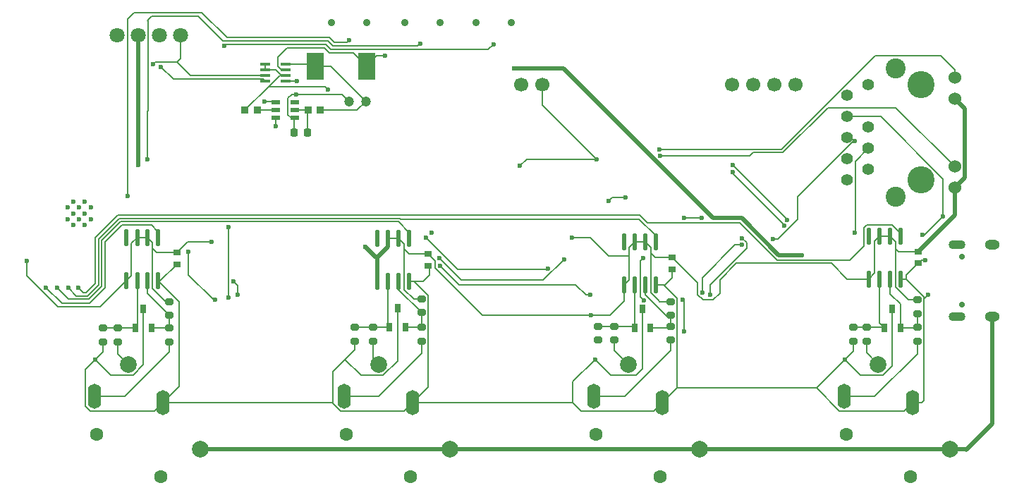
<source format=gbr>
%TF.GenerationSoftware,KiCad,Pcbnew,9.0.6*%
%TF.CreationDate,2026-01-03T23:52:13+01:00*%
%TF.ProjectId,Artnet-Node,4172746e-6574-42d4-9e6f-64652e6b6963,rev?*%
%TF.SameCoordinates,Original*%
%TF.FileFunction,Copper,L2,Bot*%
%TF.FilePolarity,Positive*%
%FSLAX46Y46*%
G04 Gerber Fmt 4.6, Leading zero omitted, Abs format (unit mm)*
G04 Created by KiCad (PCBNEW 9.0.6) date 2026-01-03 23:52:13*
%MOMM*%
%LPD*%
G01*
G04 APERTURE LIST*
G04 Aperture macros list*
%AMRoundRect*
0 Rectangle with rounded corners*
0 $1 Rounding radius*
0 $2 $3 $4 $5 $6 $7 $8 $9 X,Y pos of 4 corners*
0 Add a 4 corners polygon primitive as box body*
4,1,4,$2,$3,$4,$5,$6,$7,$8,$9,$2,$3,0*
0 Add four circle primitives for the rounded corners*
1,1,$1+$1,$2,$3*
1,1,$1+$1,$4,$5*
1,1,$1+$1,$6,$7*
1,1,$1+$1,$8,$9*
0 Add four rect primitives between the rounded corners*
20,1,$1+$1,$2,$3,$4,$5,0*
20,1,$1+$1,$4,$5,$6,$7,0*
20,1,$1+$1,$6,$7,$8,$9,0*
20,1,$1+$1,$8,$9,$2,$3,0*%
G04 Aperture macros list end*
%TA.AperFunction,ComponentPad*%
%ADD10C,2.000000*%
%TD*%
%TA.AperFunction,ComponentPad*%
%ADD11O,1.600000X3.000000*%
%TD*%
%TA.AperFunction,ComponentPad*%
%ADD12C,1.600000*%
%TD*%
%TA.AperFunction,ComponentPad*%
%ADD13C,0.900000*%
%TD*%
%TA.AperFunction,ComponentPad*%
%ADD14C,2.400000*%
%TD*%
%TA.AperFunction,ComponentPad*%
%ADD15C,1.530000*%
%TD*%
%TA.AperFunction,ComponentPad*%
%ADD16C,1.410000*%
%TD*%
%TA.AperFunction,ComponentPad*%
%ADD17C,3.250000*%
%TD*%
%TA.AperFunction,HeatsinkPad*%
%ADD18C,0.600000*%
%TD*%
%TA.AperFunction,ComponentPad*%
%ADD19O,1.800000X1.200000*%
%TD*%
%TA.AperFunction,ComponentPad*%
%ADD20O,2.000000X1.100000*%
%TD*%
%TA.AperFunction,ComponentPad*%
%ADD21C,0.700000*%
%TD*%
%TA.AperFunction,ComponentPad*%
%ADD22C,1.700000*%
%TD*%
%TA.AperFunction,ComponentPad*%
%ADD23C,1.800000*%
%TD*%
%TA.AperFunction,ComponentPad*%
%ADD24C,1.200000*%
%TD*%
%TA.AperFunction,SMDPad,CuDef*%
%ADD25RoundRect,0.200000X-0.275000X0.200000X-0.275000X-0.200000X0.275000X-0.200000X0.275000X0.200000X0*%
%TD*%
%TA.AperFunction,SMDPad,CuDef*%
%ADD26R,1.070000X0.530000*%
%TD*%
%TA.AperFunction,SMDPad,CuDef*%
%ADD27R,0.900000X0.800000*%
%TD*%
%TA.AperFunction,SMDPad,CuDef*%
%ADD28R,0.800000X1.000000*%
%TD*%
%TA.AperFunction,SMDPad,CuDef*%
%ADD29RoundRect,0.225000X0.225000X0.250000X-0.225000X0.250000X-0.225000X-0.250000X0.225000X-0.250000X0*%
%TD*%
%TA.AperFunction,SMDPad,CuDef*%
%ADD30R,2.000000X3.300000*%
%TD*%
%TA.AperFunction,SMDPad,CuDef*%
%ADD31R,0.810000X0.860000*%
%TD*%
%TA.AperFunction,SMDPad,CuDef*%
%ADD32O,0.590000X2.050000*%
%TD*%
%TA.AperFunction,SMDPad,CuDef*%
%ADD33RoundRect,0.200000X0.275000X-0.200000X0.275000X0.200000X-0.275000X0.200000X-0.275000X-0.200000X0*%
%TD*%
%TA.AperFunction,SMDPad,CuDef*%
%ADD34O,1.250000X0.360000*%
%TD*%
%TA.AperFunction,ViaPad*%
%ADD35C,0.600000*%
%TD*%
%TA.AperFunction,Conductor*%
%ADD36C,0.200000*%
%TD*%
%TA.AperFunction,Conductor*%
%ADD37C,0.500000*%
%TD*%
G04 APERTURE END LIST*
D10*
%TO.P,J5,G,G*%
%TO.N,/CHS_GND*%
X120100000Y-138950000D03*
%TO.P,J5,3,3*%
%TO.N,/DMX/DATA+1*%
X111500000Y-128750000D03*
D11*
%TO.P,J5,1,1*%
%TO.N,GND*%
X115600000Y-133350000D03*
%TO.P,J5,2,2*%
%TO.N,/DMX/DATA-1*%
X107400000Y-132550000D03*
D12*
%TO.P,J5,*%
%TO.N,*%
X115350000Y-142200000D03*
X107650000Y-137100000D03*
%TD*%
D10*
%TO.P,J4,G,G*%
%TO.N,/CHS_GND*%
X150100000Y-138950000D03*
%TO.P,J4,3,3*%
%TO.N,/DMX/DATA+2*%
X141500000Y-128750000D03*
D11*
%TO.P,J4,1,1*%
%TO.N,GND*%
X145600000Y-133350000D03*
%TO.P,J4,2,2*%
%TO.N,/DMX/DATA-2*%
X137400000Y-132550000D03*
D12*
%TO.P,J4,*%
%TO.N,*%
X145350000Y-142200000D03*
X137650000Y-137100000D03*
%TD*%
D10*
%TO.P,J3,G,G*%
%TO.N,/CHS_GND*%
X180100000Y-138950000D03*
%TO.P,J3,3,3*%
%TO.N,/DMX/DATA+3*%
X171500000Y-128750000D03*
D11*
%TO.P,J3,1,1*%
%TO.N,GND*%
X175600000Y-133350000D03*
%TO.P,J3,2,2*%
%TO.N,/DMX/DATA-3*%
X167400000Y-132550000D03*
D12*
%TO.P,J3,*%
%TO.N,*%
X175350000Y-142200000D03*
X167650000Y-137100000D03*
%TD*%
D10*
%TO.P,J1,G,G*%
%TO.N,/CHS_GND*%
X210100000Y-138950000D03*
%TO.P,J1,3,3*%
%TO.N,/DMX/DATA+4*%
X201500000Y-128750000D03*
D11*
%TO.P,J1,1,1*%
%TO.N,GND*%
X205600000Y-133350000D03*
%TO.P,J1,2,2*%
%TO.N,/DMX/DATA-4*%
X197400000Y-132550000D03*
D12*
%TO.P,J1,*%
%TO.N,*%
X205350000Y-142200000D03*
X197650000Y-137100000D03*
%TD*%
D13*
%TO.P,SW1,*%
%TO.N,*%
X153180000Y-87680000D03*
X157430000Y-87680000D03*
%TD*%
%TO.P,SW2,*%
%TO.N,*%
X135880000Y-87680000D03*
X140130000Y-87680000D03*
%TD*%
%TO.P,SW3,*%
%TO.N,*%
X144680000Y-87680000D03*
X148930000Y-87680000D03*
%TD*%
D14*
%TO.P,U2,Z2,Z2*%
%TO.N,/CHS_GND*%
X203620000Y-93160000D03*
%TO.P,U2,Z1,Z1*%
X203620000Y-108640000D03*
D15*
%TO.P,U2,14,14*%
%TO.N,/poe/L-*%
X210720000Y-94270000D03*
%TO.P,U2,13,13*%
%TO.N,+3V3D*%
X210720000Y-96810000D03*
%TO.P,U2,12,12*%
%TO.N,/poe/L1-*%
X210720000Y-104990000D03*
%TO.P,U2,11,11*%
%TO.N,+3V3D*%
X210720000Y-107530000D03*
D16*
%TO.P,U2,10,10*%
%TO.N,/poe/V-*%
X200320000Y-95180000D03*
%TO.P,U2,9,9*%
%TO.N,/poe/V+*%
X197780000Y-96450000D03*
%TO.P,U2,7,7*%
%TO.N,GND*%
X197780000Y-98990000D03*
%TO.P,U2,6,6*%
%TO.N,/poe/RD-*%
X200320000Y-100260000D03*
%TO.P,U2,5,5*%
%TO.N,/poe/RCT*%
X197780000Y-101530000D03*
%TO.P,U2,4,4*%
%TO.N,/poe/TCT*%
X200320000Y-102800000D03*
%TO.P,U2,3,3*%
%TO.N,/poe/RD+*%
X197780000Y-104070000D03*
%TO.P,U2,2,2*%
%TO.N,/poe/TD-*%
X200320000Y-105340000D03*
%TO.P,U2,1,1*%
%TO.N,/poe/TD+*%
X197780000Y-106610000D03*
D17*
%TO.P,U2,*%
%TO.N,*%
X206670000Y-95180000D03*
X206670000Y-106610000D03*
%TD*%
D18*
%TO.P,U7,41,GND*%
%TO.N,GND*%
X106260000Y-109200000D03*
X104860000Y-109200000D03*
X106960000Y-109900000D03*
X105560000Y-109900000D03*
X104160000Y-109900000D03*
X106260000Y-110600000D03*
X104860000Y-110600000D03*
X106960000Y-111300000D03*
X105560000Y-111300000D03*
X104160000Y-111300000D03*
X106260000Y-112000000D03*
X104860000Y-112000000D03*
%TD*%
D19*
%TO.P,USB1,14,SHELL*%
%TO.N,/CHS_GND*%
X215197500Y-114380000D03*
D20*
X210987500Y-114380000D03*
D19*
%TO.P,USB1,13,SHELL*%
X215197500Y-123020000D03*
D20*
X210987500Y-123020000D03*
D21*
%TO.P,USB1,*%
%TO.N,*%
X211517500Y-115810000D03*
X211517500Y-121590000D03*
%TD*%
D22*
%TO.P,U3,1,VA1*%
%TO.N,/poe/RCT*%
X191580000Y-95100000D03*
%TO.P,U3,2,VA2*%
%TO.N,/poe/TCT*%
X189040000Y-95100000D03*
%TO.P,U3,3,VB1*%
%TO.N,/poe/V+*%
X186500000Y-95100000D03*
%TO.P,U3,4,VB2*%
%TO.N,/poe/V-*%
X183960000Y-95100000D03*
%TO.P,U3,5,GND*%
%TO.N,GND*%
X161160000Y-95100000D03*
%TO.P,U3,6,+5V*%
%TO.N,Net-(D2-A)*%
X158620000Y-95100000D03*
%TD*%
D23*
%TO.P,U13,1,GND*%
%TO.N,GND*%
X110090000Y-89200000D03*
%TO.P,U13,2,VCC*%
%TO.N,+3V3D*%
X112630000Y-89200000D03*
%TO.P,U13,3,SCL*%
%TO.N,/SCL*%
X115170000Y-89200000D03*
%TO.P,U13,4,SDA*%
%TO.N,/SDA*%
X117710000Y-89200000D03*
%TD*%
D24*
%TO.P,U6,1,1*%
%TO.N,/bat+*%
X140000000Y-97150000D03*
%TO.P,U6,2,2*%
%TO.N,Net-(Q1-S2)*%
X138000000Y-97150000D03*
%TD*%
D25*
%TO.P,R27,1*%
%TO.N,+3V3D*%
X116400000Y-121180000D03*
%TO.P,R27,2*%
%TO.N,/DMX/A1*%
X116400000Y-122820000D03*
%TD*%
%TO.P,R35,1*%
%TO.N,+3V3D*%
X206200000Y-120980000D03*
%TO.P,R35,2*%
%TO.N,/DMX/A4*%
X206200000Y-122620000D03*
%TD*%
D26*
%TO.P,U5,1,OD*%
%TO.N,Net-(Q1-G2)*%
X129150000Y-99150000D03*
%TO.P,U5,2,CS*%
%TO.N,Net-(U5-CS)*%
X129150000Y-98200000D03*
%TO.P,U5,3,OC*%
%TO.N,Net-(Q1-G1)*%
X129150000Y-97250000D03*
%TO.P,U5,4,TD*%
%TO.N,unconnected-(U5-TD-Pad4)*%
X131450000Y-97250000D03*
%TO.P,U5,5,VCC*%
%TO.N,Net-(U5-VCC)*%
X131450000Y-98200000D03*
%TO.P,U5,6,GND*%
%TO.N,Net-(Q1-S2)*%
X131450000Y-99150000D03*
%TD*%
D25*
%TO.P,R33,1*%
%TO.N,/DMX/A2*%
X146700000Y-124280000D03*
%TO.P,R33,2*%
%TO.N,/DMX/DATA-2*%
X146700000Y-125920000D03*
%TD*%
%TO.P,R36,1*%
%TO.N,/DMX/B4*%
X200100000Y-124280000D03*
%TO.P,R36,2*%
%TO.N,/DMX/DATA+4*%
X200100000Y-125920000D03*
%TD*%
D27*
%TO.P,C26,1,1*%
%TO.N,GND*%
X206300000Y-116600000D03*
%TO.P,C26,2,2*%
%TO.N,+3V3D*%
X206300000Y-115200000D03*
%TD*%
D25*
%TO.P,R39,1*%
%TO.N,+3V3D*%
X176600000Y-121180000D03*
%TO.P,R39,2*%
%TO.N,/DMX/A3*%
X176600000Y-122820000D03*
%TD*%
%TO.P,R25,1*%
%TO.N,/DMX/A1*%
X116400000Y-124380000D03*
%TO.P,R25,2*%
%TO.N,/DMX/DATA-1*%
X116400000Y-126020000D03*
%TD*%
D28*
%TO.P,D7,1,1*%
%TO.N,/DMX/A3*%
X174150000Y-124350000D03*
%TO.P,D7,2,2*%
%TO.N,/DMX/B3*%
X172250000Y-124350000D03*
%TO.P,D7,3,3*%
%TO.N,GND*%
X173200000Y-122050000D03*
%TD*%
D25*
%TO.P,R32,1*%
%TO.N,/DMX/B2*%
X140900000Y-124280000D03*
%TO.P,R32,2*%
%TO.N,/DMX/DATA+2*%
X140900000Y-125920000D03*
%TD*%
D27*
%TO.P,C25,1,1*%
%TO.N,GND*%
X176800000Y-117300000D03*
%TO.P,C25,2,2*%
%TO.N,+3V3D*%
X176800000Y-115900000D03*
%TD*%
D29*
%TO.P,C20,1,1*%
%TO.N,Net-(U5-VCC)*%
X132980000Y-100900000D03*
%TO.P,C20,2,2*%
%TO.N,Net-(Q1-S2)*%
X131420000Y-100900000D03*
%TD*%
D27*
%TO.P,C27,1,1*%
%TO.N,GND*%
X117300000Y-116700000D03*
%TO.P,C27,2,2*%
%TO.N,+3V3D*%
X117300000Y-115300000D03*
%TD*%
D30*
%TO.P,R26,1,1*%
%TO.N,/V_SYS*%
X140070000Y-92900000D03*
%TO.P,R26,2,2*%
%TO.N,/bat+*%
X133930000Y-92900000D03*
%TD*%
D31*
%TO.P,R23,1,1*%
%TO.N,Net-(U5-VCC)*%
X133050000Y-98200000D03*
%TO.P,R23,2,2*%
%TO.N,/bat+*%
X134550000Y-98200000D03*
%TD*%
D28*
%TO.P,D5,1,1*%
%TO.N,/DMX/A2*%
X144750000Y-124250000D03*
%TO.P,D5,2,2*%
%TO.N,/DMX/B2*%
X142850000Y-124250000D03*
%TO.P,D5,3,3*%
%TO.N,GND*%
X143800000Y-121950000D03*
%TD*%
D32*
%TO.P,U8,1,RO*%
%TO.N,unconnected-(U8-RO-Pad1)*%
X111262500Y-113530000D03*
%TO.P,U8,2,~{RE}*%
%TO.N,+3V3D*%
X112542500Y-113530000D03*
%TO.P,U8,3,DE*%
X113802500Y-113530000D03*
%TO.P,U8,4,DI*%
%TO.N,/DMX1*%
X115072500Y-113530000D03*
%TO.P,U8,5,GND*%
%TO.N,GND*%
X115072500Y-118670000D03*
%TO.P,U8,6,A*%
%TO.N,/DMX/A1*%
X113802500Y-118670000D03*
%TO.P,U8,7,B*%
%TO.N,/DMX/B1*%
X112542500Y-118670000D03*
%TO.P,U8,8,VCC*%
%TO.N,+3V3D*%
X111262500Y-118670000D03*
%TD*%
D33*
%TO.P,R30,1*%
%TO.N,GND*%
X138700000Y-125920000D03*
%TO.P,R30,2*%
%TO.N,/DMX/B2*%
X138700000Y-124280000D03*
%TD*%
D28*
%TO.P,D4,1,1*%
%TO.N,/DMX/A1*%
X114250000Y-124350000D03*
%TO.P,D4,2,2*%
%TO.N,/DMX/B1*%
X112350000Y-124350000D03*
%TO.P,D4,3,3*%
%TO.N,GND*%
X113300000Y-122050000D03*
%TD*%
D31*
%TO.P,R22,1,1*%
%TO.N,GND*%
X125450000Y-98200000D03*
%TO.P,R22,2,2*%
%TO.N,Net-(U5-CS)*%
X126950000Y-98200000D03*
%TD*%
D32*
%TO.P,U12,1,RO*%
%TO.N,unconnected-(U12-RO-Pad1)*%
X170990000Y-114030000D03*
%TO.P,U12,2,~{RE}*%
%TO.N,+3V3D*%
X172270000Y-114030000D03*
%TO.P,U12,3,DE*%
X173530000Y-114030000D03*
%TO.P,U12,4,DI*%
%TO.N,/DMX3*%
X174800000Y-114030000D03*
%TO.P,U12,5,GND*%
%TO.N,GND*%
X174800000Y-119170000D03*
%TO.P,U12,6,A*%
%TO.N,/DMX/A3*%
X173530000Y-119170000D03*
%TO.P,U12,7,B*%
%TO.N,/DMX/B3*%
X172270000Y-119170000D03*
%TO.P,U12,8,VCC*%
%TO.N,+3V3D*%
X170990000Y-119170000D03*
%TD*%
D25*
%TO.P,R37,1*%
%TO.N,/DMX/A4*%
X206200000Y-124280000D03*
%TO.P,R37,2*%
%TO.N,/DMX/DATA-4*%
X206200000Y-125920000D03*
%TD*%
D34*
%TO.P,U9,1,IN+*%
%TO.N,/bat+*%
X130330000Y-92720000D03*
%TO.P,U9,2,IN-*%
%TO.N,/V_SYS*%
X130330000Y-93370000D03*
%TO.P,U9,3,GND*%
%TO.N,GND*%
X130330000Y-94020000D03*
%TO.P,U9,4,VS*%
%TO.N,+3V3D*%
X130330000Y-94680000D03*
%TO.P,U9,5,SCL*%
%TO.N,/SCL*%
X127870000Y-94680000D03*
%TO.P,U9,6,SDA*%
%TO.N,/SDA*%
X127870000Y-94020000D03*
%TO.P,U9,7,A0*%
%TO.N,GND*%
X127870000Y-93370000D03*
%TO.P,U9,8,A1*%
X127870000Y-92720000D03*
%TD*%
D33*
%TO.P,R34,1*%
%TO.N,GND*%
X198500000Y-125920000D03*
%TO.P,R34,2*%
%TO.N,/DMX/B4*%
X198500000Y-124280000D03*
%TD*%
D25*
%TO.P,R29,1*%
%TO.N,/DMX/B1*%
X110200000Y-124380000D03*
%TO.P,R29,2*%
%TO.N,/DMX/DATA+1*%
X110200000Y-126020000D03*
%TD*%
D28*
%TO.P,D6,1,1*%
%TO.N,/DMX/A4*%
X204150000Y-124350000D03*
%TO.P,D6,2,2*%
%TO.N,/DMX/B4*%
X202250000Y-124350000D03*
%TO.P,D6,3,3*%
%TO.N,GND*%
X203200000Y-122050000D03*
%TD*%
D32*
%TO.P,U11,1,RO*%
%TO.N,unconnected-(U11-RO-Pad1)*%
X200390000Y-113330000D03*
%TO.P,U11,2,~{RE}*%
%TO.N,+3V3D*%
X201670000Y-113330000D03*
%TO.P,U11,3,DE*%
X202930000Y-113330000D03*
%TO.P,U11,4,DI*%
%TO.N,/DMX4*%
X204200000Y-113330000D03*
%TO.P,U11,5,GND*%
%TO.N,GND*%
X204200000Y-118470000D03*
%TO.P,U11,6,A*%
%TO.N,/DMX/A4*%
X202930000Y-118470000D03*
%TO.P,U11,7,B*%
%TO.N,/DMX/B4*%
X201670000Y-118470000D03*
%TO.P,U11,8,VCC*%
%TO.N,+3V3D*%
X200390000Y-118470000D03*
%TD*%
D25*
%TO.P,R31,1*%
%TO.N,+3V3D*%
X146700000Y-120880000D03*
%TO.P,R31,2*%
%TO.N,/DMX/A2*%
X146700000Y-122520000D03*
%TD*%
%TO.P,R41,1*%
%TO.N,/DMX/A3*%
X176600000Y-124180000D03*
%TO.P,R41,2*%
%TO.N,/DMX/DATA-3*%
X176600000Y-125820000D03*
%TD*%
D27*
%TO.P,C24,1,1*%
%TO.N,GND*%
X147500000Y-116900000D03*
%TO.P,C24,2,2*%
%TO.N,+3V3D*%
X147500000Y-115500000D03*
%TD*%
D33*
%TO.P,R28,1*%
%TO.N,GND*%
X108400000Y-126020000D03*
%TO.P,R28,2*%
%TO.N,/DMX/B1*%
X108400000Y-124380000D03*
%TD*%
%TO.P,R38,1*%
%TO.N,GND*%
X167900000Y-125820000D03*
%TO.P,R38,2*%
%TO.N,/DMX/B3*%
X167900000Y-124180000D03*
%TD*%
D32*
%TO.P,U10,1,RO*%
%TO.N,unconnected-(U10-RO-Pad1)*%
X141390000Y-113630000D03*
%TO.P,U10,2,~{RE}*%
%TO.N,+3V3D*%
X142670000Y-113630000D03*
%TO.P,U10,3,DE*%
X143930000Y-113630000D03*
%TO.P,U10,4,DI*%
%TO.N,/DMX2*%
X145200000Y-113630000D03*
%TO.P,U10,5,GND*%
%TO.N,GND*%
X145200000Y-118770000D03*
%TO.P,U10,6,A*%
%TO.N,/DMX/A2*%
X143930000Y-118770000D03*
%TO.P,U10,7,B*%
%TO.N,/DMX/B2*%
X142670000Y-118770000D03*
%TO.P,U10,8,VCC*%
%TO.N,+3V3D*%
X141390000Y-118770000D03*
%TD*%
D25*
%TO.P,R40,1*%
%TO.N,/DMX/B3*%
X169800000Y-124180000D03*
%TO.P,R40,2*%
%TO.N,/DMX/DATA+3*%
X169800000Y-125820000D03*
%TD*%
D35*
%TO.N,GND*%
X197500000Y-128150000D03*
X167500000Y-128150000D03*
X107525000Y-128125000D03*
X178200000Y-111100000D03*
X158500000Y-104900000D03*
X135400000Y-95700000D03*
X167700000Y-104100000D03*
X207118815Y-116181185D03*
X180300000Y-111100000D03*
X209300000Y-111000000D03*
X206800000Y-113200000D03*
X207500000Y-120400000D03*
%TO.N,+3V3D*%
X164700000Y-113500000D03*
X139900000Y-114600000D03*
X112700000Y-104800000D03*
X131700000Y-94700000D03*
X167000000Y-122800000D03*
X121500000Y-114000000D03*
X99300000Y-116300000D03*
%TO.N,/poe/RCT*%
X198716519Y-101881209D03*
X188900000Y-113700000D03*
%TO.N,AGND*%
X178200000Y-124800000D03*
X178000000Y-121000000D03*
%TO.N,/poe/TCT*%
X198677905Y-112926435D03*
%TO.N,/5V*%
X157800000Y-93200000D03*
X192300000Y-115600000D03*
%TO.N,+3V3A*%
X173300000Y-115930385D03*
X173375735Y-121024265D03*
X171200000Y-108700000D03*
X169150000Y-109100000D03*
%TO.N,Net-(Q1-S2)*%
X131600000Y-96300000D03*
%TO.N,/V_SYS*%
X142300000Y-91700000D03*
%TO.N,Net-(Q1-G1)*%
X127800000Y-97200000D03*
%TO.N,Net-(Q1-G2)*%
X129200000Y-100100000D03*
%TO.N,/poe/TD-*%
X181300000Y-120400000D03*
X185167369Y-113602839D03*
%TO.N,/poe/L-*%
X175200000Y-102900000D03*
%TO.N,/poe/TD+*%
X185100000Y-114400000D03*
X180400000Y-120100000D03*
%TO.N,/poe/L1-*%
X175313137Y-103691962D03*
%TO.N,/RSTn*%
X148901470Y-116898530D03*
X147900000Y-112900000D03*
X166900000Y-120400000D03*
%TO.N,/INTn*%
X118700000Y-115200000D03*
X121900000Y-121000000D03*
%TO.N,/SCSn*%
X124100000Y-118798000D03*
X124583916Y-120399000D03*
%TO.N,/ENT_BUT*%
X123000000Y-90501000D03*
X155300000Y-90300000D03*
%TO.N,/DOWN_BUT*%
X138000000Y-89800000D03*
X111419000Y-108519000D03*
%TO.N,/UP_BUT*%
X113800000Y-104100000D03*
X146500000Y-90200000D03*
%TO.N,/MISO*%
X161825735Y-117225735D03*
X147200000Y-113500000D03*
%TO.N,/SCLK*%
X163800000Y-116100000D03*
X148824992Y-115973522D03*
%TO.N,/MOSI*%
X123500000Y-120700000D03*
X123500000Y-112200000D03*
%TO.N,/D-*%
X184000000Y-105600000D03*
X190200000Y-112100000D03*
%TO.N,/DMX4*%
X105500000Y-119500000D03*
%TO.N,/D+*%
X190557772Y-111384456D03*
X184024265Y-104775735D03*
%TO.N,/DMX2*%
X102900000Y-119500000D03*
%TO.N,/SDA*%
X114421000Y-92690472D03*
%TO.N,/SCL*%
X115380000Y-93020000D03*
%TO.N,/DMX3*%
X104300000Y-119500000D03*
%TO.N,/DMX1*%
X101600000Y-119500000D03*
%TD*%
D36*
%TO.N,GND*%
X204599000Y-134351000D02*
X205600000Y-133350000D01*
X196853000Y-134351000D02*
X204599000Y-134351000D01*
X194076000Y-131574000D02*
X196853000Y-134351000D01*
X194076000Y-131574000D02*
X197500000Y-128150000D01*
X177376000Y-131574000D02*
X194076000Y-131574000D01*
X199401000Y-130051000D02*
X197500000Y-128150000D01*
X202038892Y-130051000D02*
X199401000Y-130051000D01*
X203200000Y-128889892D02*
X202038892Y-130051000D01*
X203200000Y-122050000D02*
X203200000Y-128889892D01*
%TO.N,/DMX/DATA+4*%
X200100000Y-127350000D02*
X201500000Y-128750000D01*
X200100000Y-125920000D02*
X200100000Y-127350000D01*
%TO.N,/DMX/DATA-4*%
X206200000Y-125920000D02*
X206200000Y-127450000D01*
X206200000Y-127450000D02*
X201100000Y-132550000D01*
X201100000Y-132550000D02*
X197400000Y-132550000D01*
%TO.N,GND*%
X206750000Y-133350000D02*
X205600000Y-133350000D01*
X207000000Y-133100000D02*
X206750000Y-133350000D01*
X207000000Y-128772735D02*
X207000000Y-133100000D01*
X207001000Y-128771735D02*
X207000000Y-128772735D01*
D37*
%TO.N,/CHS_GND*%
X210100000Y-138950000D02*
X180100000Y-138950000D01*
X212050000Y-138950000D02*
X210100000Y-138950000D01*
X212100000Y-139000000D02*
X212050000Y-138950000D01*
X215197500Y-135902500D02*
X212100000Y-139000000D01*
X215197500Y-123020000D02*
X215197500Y-135902500D01*
D36*
%TO.N,GND*%
X177376000Y-131574000D02*
X175600000Y-133350000D01*
X177376000Y-120766936D02*
X177376000Y-131574000D01*
X175854532Y-119245468D02*
X177376000Y-120766936D01*
X164850000Y-130800000D02*
X164850000Y-133350000D01*
X167500000Y-128150000D02*
X164850000Y-130800000D01*
%TO.N,/DMX/DATA+3*%
X169800000Y-127050000D02*
X171500000Y-128750000D01*
X169800000Y-125820000D02*
X169800000Y-127050000D01*
%TO.N,/DMX/DATA-3*%
X176600000Y-127050000D02*
X176600000Y-125820000D01*
X167400000Y-132550000D02*
X171100000Y-132550000D01*
X171100000Y-132550000D02*
X176600000Y-127050000D01*
%TO.N,GND*%
X169401000Y-130051000D02*
X167500000Y-128150000D01*
X173200000Y-129300000D02*
X172449000Y-130051000D01*
X172449000Y-130051000D02*
X169401000Y-130051000D01*
X107525000Y-128125000D02*
X108400000Y-127250000D01*
X174599000Y-134351000D02*
X175600000Y-133350000D01*
X165851000Y-134351000D02*
X174599000Y-134351000D01*
X164850000Y-133350000D02*
X165851000Y-134351000D01*
X145600000Y-133350000D02*
X164850000Y-133350000D01*
D37*
%TO.N,/CHS_GND*%
X150100000Y-138950000D02*
X180100000Y-138950000D01*
D36*
%TO.N,GND*%
X147476000Y-131424000D02*
X145600000Y-133300000D01*
X147476000Y-120466936D02*
X147476000Y-131424000D01*
X145779064Y-118770000D02*
X147476000Y-120466936D01*
X145600000Y-133300000D02*
X145600000Y-133350000D01*
X136050000Y-133242951D02*
X135942951Y-133350000D01*
X136050000Y-129600000D02*
X136050000Y-133242951D01*
X139401000Y-130051000D02*
X137500000Y-128150000D01*
X142038892Y-130051000D02*
X139401000Y-130051000D01*
X143800000Y-128289892D02*
X142038892Y-130051000D01*
X143800000Y-121950000D02*
X143800000Y-128289892D01*
%TO.N,/DMX/DATA-2*%
X141550000Y-132550000D02*
X146700000Y-127400000D01*
X137400000Y-132550000D02*
X141550000Y-132550000D01*
X146700000Y-127400000D02*
X146700000Y-125920000D01*
%TO.N,/DMX/DATA+2*%
X140900000Y-128150000D02*
X141500000Y-128750000D01*
X140900000Y-125920000D02*
X140900000Y-128150000D01*
%TO.N,GND*%
X117600000Y-121190936D02*
X117600000Y-129900000D01*
X115079064Y-118670000D02*
X117600000Y-121190936D01*
X115072500Y-118670000D02*
X115079064Y-118670000D01*
X117600000Y-129900000D02*
X117550000Y-129950000D01*
X117550000Y-129950000D02*
X117550000Y-131400000D01*
X117550000Y-131400000D02*
X115600000Y-133350000D01*
X136943951Y-134351000D02*
X144599000Y-134351000D01*
X135942951Y-133350000D02*
X136943951Y-134351000D01*
X115600000Y-133350000D02*
X135942951Y-133350000D01*
X144599000Y-134351000D02*
X145600000Y-133350000D01*
D37*
%TO.N,/CHS_GND*%
X120100000Y-138950000D02*
X150100000Y-138950000D01*
D36*
%TO.N,GND*%
X113300000Y-128789892D02*
X112038892Y-130051000D01*
X113300000Y-122050000D02*
X113300000Y-128789892D01*
X107475000Y-128175000D02*
X107525000Y-128125000D01*
X109351000Y-130051000D02*
X107475000Y-128175000D01*
X112038892Y-130051000D02*
X109351000Y-130051000D01*
X108400000Y-127250000D02*
X108400000Y-126020000D01*
X106299000Y-129351000D02*
X107475000Y-128175000D01*
X106299000Y-133706049D02*
X106299000Y-129351000D01*
X106943951Y-134351000D02*
X106299000Y-133706049D01*
X115600000Y-133350000D02*
X114599000Y-134351000D01*
X114599000Y-134351000D02*
X106943951Y-134351000D01*
%TO.N,/DMX/DATA-1*%
X116400000Y-127250000D02*
X111100000Y-132550000D01*
X116400000Y-126020000D02*
X116400000Y-127250000D01*
X111100000Y-132550000D02*
X107400000Y-132550000D01*
%TO.N,/DMX/DATA+1*%
X110200000Y-127450000D02*
X111500000Y-128750000D01*
X110200000Y-126020000D02*
X110200000Y-127450000D01*
%TO.N,GND*%
X161160000Y-95100000D02*
X161160000Y-97560000D01*
X127870000Y-92720000D02*
X127870000Y-93370000D01*
X129204763Y-93370000D02*
X129854763Y-94020000D01*
X204200000Y-118470000D02*
X204879064Y-118470000D01*
X146830000Y-118770000D02*
X147600000Y-118000000D01*
X161160000Y-97560000D02*
X167700000Y-104100000D01*
X115330000Y-118670000D02*
X115072500Y-118670000D01*
X145200000Y-118770000D02*
X145779064Y-118770000D01*
%TO.N,/DMX/DATA+4*%
X202144946Y-129344946D02*
X202038892Y-129451000D01*
%TO.N,GND*%
X204904532Y-118495468D02*
X207001000Y-120591936D01*
X197780000Y-98990000D02*
X201844486Y-98990000D01*
X204879064Y-118470000D02*
X204904532Y-118495468D01*
X125450000Y-98200000D02*
X125475237Y-98200000D01*
X174800000Y-119170000D02*
X175779064Y-119170000D01*
X129655237Y-94020000D02*
X130330000Y-94020000D01*
X207118815Y-116181185D02*
X206718815Y-116181185D01*
X147600000Y-117000000D02*
X147500000Y-116900000D01*
X125475237Y-98200000D02*
X128287618Y-95387618D01*
X201844486Y-98990000D02*
X209300000Y-106445514D01*
X207100000Y-113200000D02*
X209300000Y-111000000D01*
X204904532Y-117995468D02*
X204904532Y-118495468D01*
X197500000Y-128150000D02*
X198500000Y-127150000D01*
X207500000Y-120400000D02*
X207500000Y-120401000D01*
X206800000Y-113200000D02*
X207100000Y-113200000D01*
X128287618Y-95387618D02*
X129655237Y-94020000D01*
X207500000Y-120401000D02*
X207001000Y-120900000D01*
X173200000Y-122050000D02*
X173200000Y-129300000D01*
X159300000Y-104100000D02*
X167700000Y-104100000D01*
X127870000Y-93370000D02*
X129204763Y-93370000D01*
X136050000Y-129600000D02*
X137500000Y-128150000D01*
X175779064Y-119170000D02*
X175854532Y-119245468D01*
X138700000Y-126950000D02*
X138700000Y-125920000D01*
X117300000Y-116700000D02*
X115330000Y-118670000D01*
X180300000Y-111100000D02*
X178200000Y-111100000D01*
X145779064Y-118770000D02*
X146830000Y-118770000D01*
X147600000Y-118000000D02*
X147600000Y-117000000D01*
X209300000Y-106445514D02*
X209300000Y-111000000D01*
X207001000Y-120591936D02*
X207001000Y-120900000D01*
X207001000Y-120900000D02*
X207001000Y-128771735D01*
X137500000Y-128150000D02*
X138700000Y-126950000D01*
X176800000Y-118300000D02*
X176800000Y-117300000D01*
X129854763Y-94020000D02*
X130330000Y-94020000D01*
X198500000Y-127150000D02*
X198500000Y-125920000D01*
X175854532Y-119245468D02*
X176800000Y-118300000D01*
X206300000Y-116600000D02*
X204904532Y-117995468D01*
X135087618Y-95387618D02*
X135400000Y-95700000D01*
X128287618Y-95387618D02*
X135087618Y-95387618D01*
X206718815Y-116181185D02*
X206300000Y-116600000D01*
X158500000Y-104900000D02*
X159300000Y-104100000D01*
%TO.N,+3V3D*%
X115931629Y-121180000D02*
X114398500Y-119646871D01*
X203900000Y-115200000D02*
X203600000Y-114900000D01*
X131700000Y-94700000D02*
X130350000Y-94700000D01*
X169300000Y-122800000D02*
X170990000Y-121110000D01*
X176800000Y-115900000D02*
X174700000Y-115900000D01*
X114898500Y-115300000D02*
X114398500Y-114800000D01*
D37*
X210720000Y-107530000D02*
X211936000Y-106314000D01*
D36*
X201074000Y-113926000D02*
X201074000Y-117786000D01*
X112700000Y-104800000D02*
X112620000Y-104720000D01*
X148300000Y-117147003D02*
X148300000Y-116300000D01*
X108131500Y-121801000D02*
X111262500Y-118670000D01*
X171586000Y-114714000D02*
X172270000Y-114030000D01*
X99300000Y-116300000D02*
X99300000Y-118049943D01*
X145737129Y-120880000D02*
X146700000Y-120880000D01*
D37*
X141390000Y-118770000D02*
X141390000Y-115910000D01*
D36*
X153952997Y-122800000D02*
X148300000Y-117147003D01*
X174700000Y-115900000D02*
X174200000Y-115400000D01*
D37*
X112700000Y-90600000D02*
X112630000Y-90530000D01*
D36*
X182500000Y-118567100D02*
X182500000Y-120200000D01*
D37*
X210720000Y-110780000D02*
X206300000Y-115200000D01*
D36*
X130350000Y-94700000D02*
X130330000Y-94680000D01*
X103051057Y-121801000D02*
X108131500Y-121801000D01*
X114398500Y-114800000D02*
X114398500Y-114126000D01*
X174200000Y-115400000D02*
X174200000Y-120142871D01*
X197769000Y-118470000D02*
X195900000Y-116601000D01*
X182500000Y-120200000D02*
X181699000Y-121001000D01*
D37*
X141390000Y-115910000D02*
X141210000Y-115910000D01*
D36*
X147500000Y-115500000D02*
X145204000Y-115500000D01*
D37*
X112630000Y-90530000D02*
X112630000Y-89200000D01*
D36*
X99300000Y-118049943D02*
X103051057Y-121801000D01*
X172270000Y-114030000D02*
X173530000Y-114030000D01*
X114398500Y-119646871D02*
X114398500Y-114800000D01*
X111858500Y-118074000D02*
X111858500Y-114214000D01*
D37*
X210720000Y-107530000D02*
X210720000Y-110780000D01*
D36*
X203600000Y-114900000D02*
X203600000Y-114000000D01*
X118600000Y-114000000D02*
X121500000Y-114000000D01*
X167000000Y-122800000D02*
X169300000Y-122800000D01*
D37*
X211936000Y-106314000D02*
X211936000Y-98026000D01*
D36*
X176600000Y-121180000D02*
X175237128Y-121180000D01*
X145204000Y-115500000D02*
X144604000Y-114900000D01*
X175237128Y-121180000D02*
X175128564Y-121071436D01*
X206300000Y-115200000D02*
X203900000Y-115200000D01*
X184466100Y-116601000D02*
X182500000Y-118567100D01*
X167000000Y-122800000D02*
X153952997Y-122800000D01*
X170990000Y-119170000D02*
X171586000Y-118574000D01*
D37*
X141390000Y-115910000D02*
X142670000Y-114630000D01*
X141210000Y-115910000D02*
X139900000Y-114600000D01*
D36*
X148300000Y-116300000D02*
X147500000Y-115500000D01*
X203600000Y-119442871D02*
X203600000Y-114900000D01*
X180451057Y-121001000D02*
X179799000Y-120348943D01*
X174200000Y-114700000D02*
X174200000Y-115400000D01*
X179799000Y-118899000D02*
X176800000Y-115900000D01*
D37*
X112700000Y-104800000D02*
X112700000Y-90600000D01*
D36*
X195900000Y-116601000D02*
X184466100Y-116601000D01*
X142670000Y-113630000D02*
X142670000Y-114360000D01*
X171586000Y-115700000D02*
X171586000Y-114714000D01*
X144604000Y-119746871D02*
X145737129Y-120880000D01*
X116400000Y-121180000D02*
X115931629Y-121180000D01*
X179799000Y-120348943D02*
X179799000Y-118899000D01*
X170990000Y-121110000D02*
X170990000Y-119170000D01*
X169100000Y-115700000D02*
X166900000Y-113500000D01*
X111858500Y-114214000D02*
X112542500Y-113530000D01*
X203600000Y-114000000D02*
X202930000Y-113330000D01*
X200390000Y-118470000D02*
X197769000Y-118470000D01*
X171586000Y-118574000D02*
X171586000Y-115700000D01*
X143930000Y-113630000D02*
X144604000Y-114304000D01*
X175128564Y-121071436D02*
X175237129Y-121180000D01*
X111262500Y-118670000D02*
X111858500Y-118074000D01*
X144604000Y-114900000D02*
X144604000Y-119746871D01*
D37*
X211936000Y-98026000D02*
X210720000Y-96810000D01*
X142670000Y-114630000D02*
X142670000Y-113630000D01*
D36*
X112542500Y-113530000D02*
X113802500Y-113530000D01*
X173530000Y-114030000D02*
X174200000Y-114700000D01*
X201074000Y-117786000D02*
X200390000Y-118470000D01*
X114398500Y-114126000D02*
X113802500Y-113530000D01*
X144604000Y-114304000D02*
X144604000Y-114900000D01*
X201670000Y-113330000D02*
X201074000Y-113926000D01*
X166900000Y-113500000D02*
X164700000Y-113500000D01*
X206200000Y-120980000D02*
X205137129Y-120980000D01*
X202930000Y-113330000D02*
X201670000Y-113330000D01*
X181699000Y-121001000D02*
X180451057Y-121001000D01*
X117300000Y-115300000D02*
X118600000Y-114000000D01*
X117300000Y-115300000D02*
X114898500Y-115300000D01*
X174200000Y-120142871D02*
X175128564Y-121071436D01*
X143930000Y-113630000D02*
X142670000Y-113630000D01*
X205137129Y-120980000D02*
X203600000Y-119442871D01*
X171586000Y-115700000D02*
X169100000Y-115700000D01*
%TO.N,/poe/RCT*%
X198716519Y-101881209D02*
X198546092Y-101881209D01*
X191800000Y-108627301D02*
X191800000Y-111349943D01*
X189449943Y-113700000D02*
X188900000Y-113700000D01*
X198546092Y-101881209D02*
X191800000Y-108627301D01*
X191800000Y-111349943D02*
X189449943Y-113700000D01*
%TO.N,AGND*%
X178200000Y-124800000D02*
X178200000Y-121200000D01*
X178200000Y-121200000D02*
X178000000Y-121000000D01*
%TO.N,/poe/TCT*%
X198677905Y-112926435D02*
X198700000Y-112948530D01*
X198786000Y-104334000D02*
X200320000Y-102800000D01*
X198700000Y-112948530D02*
X198700000Y-113100000D01*
X198677905Y-112926435D02*
X198773565Y-112926435D01*
X198786000Y-112914000D02*
X198786000Y-104334000D01*
X198773565Y-112926435D02*
X198786000Y-112914000D01*
D37*
%TO.N,/5V*%
X163759100Y-93200000D02*
X181708100Y-111149000D01*
X189579232Y-115600000D02*
X192300000Y-115600000D01*
X185128232Y-111149000D02*
X189579232Y-115600000D01*
X157800000Y-93200000D02*
X163759100Y-93200000D01*
X181708100Y-111149000D02*
X185128232Y-111149000D01*
D36*
%TO.N,+3V3A*%
X172934000Y-116296385D02*
X172934000Y-120582530D01*
X172934000Y-120582530D02*
X173375735Y-121024265D01*
X173300000Y-115930385D02*
X172934000Y-116296385D01*
X169150000Y-109100000D02*
X169550000Y-108700000D01*
X169550000Y-108700000D02*
X171200000Y-108700000D01*
%TO.N,Net-(U5-VCC)*%
X132980000Y-98270000D02*
X133050000Y-98200000D01*
X132980000Y-100900000D02*
X132980000Y-98270000D01*
X133050000Y-98200000D02*
X131450000Y-98200000D01*
%TO.N,Net-(Q1-S2)*%
X131100000Y-96300000D02*
X131600000Y-96300000D01*
X131450000Y-99150000D02*
X130998000Y-99150000D01*
X131420000Y-99180000D02*
X131450000Y-99150000D01*
X131420000Y-100900000D02*
X131420000Y-99180000D01*
X130614000Y-96786000D02*
X131100000Y-96300000D01*
X130998000Y-99150000D02*
X130614000Y-98766000D01*
X131600000Y-96300000D02*
X137150000Y-96300000D01*
X137150000Y-96300000D02*
X138000000Y-97150000D01*
X130614000Y-98766000D02*
X130614000Y-96786000D01*
%TO.N,/bat+*%
X135750000Y-92900000D02*
X140000000Y-97150000D01*
X134550000Y-98200000D02*
X138950000Y-98200000D01*
X133930000Y-92900000D02*
X133750000Y-92720000D01*
X133930000Y-92900000D02*
X135750000Y-92900000D01*
X138950000Y-98200000D02*
X140000000Y-97150000D01*
X133750000Y-92720000D02*
X130330000Y-92720000D01*
%TO.N,/V_SYS*%
X129404000Y-92919237D02*
X129404000Y-91796000D01*
X130330000Y-93370000D02*
X129854763Y-93370000D01*
X141270000Y-91700000D02*
X142300000Y-91700000D01*
X140070000Y-92870000D02*
X140070000Y-92900000D01*
X135633900Y-91301000D02*
X138501000Y-91301000D01*
X129854763Y-93370000D02*
X129404000Y-92919237D01*
X130497000Y-90703000D02*
X135035900Y-90703000D01*
X129404000Y-91796000D02*
X130497000Y-90703000D01*
X138501000Y-91301000D02*
X140070000Y-92870000D01*
X135035900Y-90703000D02*
X135633900Y-91301000D01*
X140070000Y-92900000D02*
X141270000Y-91700000D01*
%TO.N,/DMX/B1*%
X112542500Y-124157500D02*
X112350000Y-124350000D01*
X112320000Y-124380000D02*
X112350000Y-124350000D01*
X108400000Y-124380000D02*
X112320000Y-124380000D01*
X112542500Y-118670000D02*
X112542500Y-124157500D01*
%TO.N,/DMX/A1*%
X114280000Y-124380000D02*
X114250000Y-124350000D01*
X113802500Y-120222500D02*
X113802500Y-118670000D01*
X116400000Y-122820000D02*
X113802500Y-120222500D01*
X116400000Y-124380000D02*
X114280000Y-124380000D01*
X116400000Y-122820000D02*
X116400000Y-124380000D01*
%TO.N,/DMX/A2*%
X146700000Y-122520000D02*
X146700000Y-124280000D01*
X146670000Y-124250000D02*
X146700000Y-124280000D01*
X144750000Y-124250000D02*
X146670000Y-124250000D01*
X143930000Y-119750000D02*
X146700000Y-122520000D01*
X143930000Y-118770000D02*
X143930000Y-119750000D01*
%TO.N,/DMX/B2*%
X142670000Y-124070000D02*
X142850000Y-124250000D01*
X140930000Y-124250000D02*
X140900000Y-124280000D01*
X140900000Y-124280000D02*
X138700000Y-124280000D01*
X142850000Y-124250000D02*
X140930000Y-124250000D01*
X142670000Y-118770000D02*
X142670000Y-124070000D01*
%TO.N,/DMX/A4*%
X202930000Y-118470000D02*
X202930000Y-120278000D01*
X204150000Y-121498000D02*
X204150000Y-124350000D01*
X206200000Y-122620000D02*
X206200000Y-124280000D01*
X202930000Y-120278000D02*
X204150000Y-121498000D01*
X206130000Y-124350000D02*
X206200000Y-124280000D01*
X204150000Y-124350000D02*
X206130000Y-124350000D01*
%TO.N,/DMX/B4*%
X201670000Y-123770000D02*
X202250000Y-124350000D01*
X202180000Y-124280000D02*
X202250000Y-124350000D01*
X198500000Y-124280000D02*
X202180000Y-124280000D01*
X201670000Y-118470000D02*
X201670000Y-123770000D01*
%TO.N,/DMX/B3*%
X172270000Y-119170000D02*
X172270000Y-124330000D01*
X172080000Y-124180000D02*
X172250000Y-124350000D01*
X167900000Y-124180000D02*
X172080000Y-124180000D01*
%TO.N,/DMX/A3*%
X176430000Y-124350000D02*
X176600000Y-124180000D01*
X176520000Y-122900000D02*
X176100000Y-122900000D01*
X174650000Y-124330000D02*
X174630000Y-124350000D01*
X176600000Y-124180000D02*
X176600000Y-122820000D01*
X176100000Y-122900000D02*
X173530000Y-120330000D01*
X176600000Y-122820000D02*
X176520000Y-122900000D01*
X173530000Y-120330000D02*
X173530000Y-119170000D01*
X174150000Y-124350000D02*
X176430000Y-124350000D01*
%TO.N,Net-(Q1-G1)*%
X129100000Y-97200000D02*
X129150000Y-97250000D01*
X127800000Y-97200000D02*
X129100000Y-97200000D01*
%TO.N,Net-(Q1-G2)*%
X129200000Y-100100000D02*
X129200000Y-99200000D01*
X129200000Y-99200000D02*
X129150000Y-99150000D01*
%TO.N,/poe/TD-*%
X185700000Y-114800000D02*
X181300000Y-119200000D01*
X185167369Y-113602839D02*
X185700000Y-114135470D01*
X181300000Y-119200000D02*
X181300000Y-120400000D01*
X185700000Y-114135470D02*
X185700000Y-114800000D01*
%TO.N,/poe/L-*%
X201148301Y-91659000D02*
X209059000Y-91659000D01*
X175200000Y-102900000D02*
X189907301Y-102900000D01*
X189907301Y-102900000D02*
X201148301Y-91659000D01*
X209059000Y-91659000D02*
X210720000Y-93320000D01*
X210720000Y-93320000D02*
X210720000Y-94270000D01*
%TO.N,/poe/TD+*%
X185100000Y-114400000D02*
X184300000Y-114400000D01*
X184300000Y-114400000D02*
X180400000Y-118300000D01*
X180400000Y-118300000D02*
X180400000Y-120100000D01*
%TO.N,/poe/L1-*%
X210720000Y-104990000D02*
X203630000Y-97900000D01*
X203630000Y-97900000D02*
X195474401Y-97900000D01*
X195474401Y-97900000D02*
X195387200Y-97987201D01*
X175321175Y-103700000D02*
X175313137Y-103691962D01*
X186101000Y-103700000D02*
X175321175Y-103700000D01*
X190073401Y-103301000D02*
X186500000Y-103301000D01*
X195387200Y-97987201D02*
X190073401Y-103301000D01*
X186500000Y-103301000D02*
X186101000Y-103700000D01*
%TO.N,/RSTn*%
X166900000Y-120400000D02*
X166400000Y-120400000D01*
X166400000Y-120400000D02*
X165200000Y-119200000D01*
X151202940Y-119200000D02*
X148901470Y-116898530D01*
X165200000Y-119200000D02*
X151202940Y-119200000D01*
%TO.N,/INTn*%
X118700000Y-118000000D02*
X118700000Y-115200000D01*
X121900000Y-121000000D02*
X121700000Y-121000000D01*
X121700000Y-121000000D02*
X118700000Y-118000000D01*
%TO.N,/SCSn*%
X124100000Y-118798000D02*
X124583916Y-119281916D01*
X124583916Y-119281916D02*
X124583916Y-120399000D01*
%TO.N,Net-(U5-CS)*%
X129150000Y-98200000D02*
X126950000Y-98200000D01*
%TO.N,/ENT_BUT*%
X135800000Y-90900000D02*
X154700000Y-90900000D01*
X135202000Y-90302000D02*
X135800000Y-90900000D01*
X123199000Y-90302000D02*
X135202000Y-90302000D01*
X154700000Y-90900000D02*
X155300000Y-90300000D01*
X123000000Y-90501000D02*
X123199000Y-90302000D01*
%TO.N,/DOWN_BUT*%
X138000000Y-89800000D02*
X137701000Y-90099000D01*
X120301000Y-86501000D02*
X112200000Y-86501000D01*
X111419000Y-87282000D02*
X111419000Y-108519000D01*
X135600000Y-89500000D02*
X123300000Y-89500000D01*
X112200000Y-86501000D02*
X111419000Y-87282000D01*
X123300000Y-89500000D02*
X120301000Y-86501000D01*
X137701000Y-90099000D02*
X136199000Y-90099000D01*
X136199000Y-90099000D02*
X135600000Y-89500000D01*
%TO.N,/UP_BUT*%
X113821000Y-92440529D02*
X113821000Y-98279000D01*
X146500000Y-90200000D02*
X146200000Y-90500000D01*
X113821000Y-98279000D02*
X113800000Y-98300000D01*
X113831000Y-87431000D02*
X113800000Y-87400000D01*
X113821000Y-92440529D02*
X113831000Y-92430529D01*
X114298000Y-86902000D02*
X119834900Y-86902000D01*
X113800000Y-98300000D02*
X113800000Y-104100000D01*
X146200000Y-90500000D02*
X136032900Y-90500000D01*
X113831000Y-87431000D02*
X113831000Y-87369000D01*
X136032900Y-90500000D02*
X135433900Y-89901000D01*
X113831000Y-92430529D02*
X113831000Y-87431000D01*
X135433900Y-89901000D02*
X122833900Y-89901000D01*
X119834900Y-86902000D02*
X122833900Y-89901000D01*
X113831000Y-87369000D02*
X114298000Y-86902000D01*
%TO.N,/MISO*%
X151000000Y-117300000D02*
X147200000Y-113500000D01*
X161751470Y-117300000D02*
X151000000Y-117300000D01*
X161825735Y-117225735D02*
X161751470Y-117300000D01*
%TO.N,/SCLK*%
X161300000Y-118600000D02*
X163800000Y-116100000D01*
X151451470Y-118600000D02*
X161300000Y-118600000D01*
X148824992Y-115973522D02*
X151451470Y-118600000D01*
%TO.N,/MOSI*%
X123500000Y-120700000D02*
X123500000Y-112200000D01*
%TO.N,/D-*%
X190200000Y-112000000D02*
X184000000Y-105800000D01*
X190200000Y-112100000D02*
X190200000Y-112000000D01*
X184000000Y-105800000D02*
X184000000Y-105600000D01*
%TO.N,/DMX4*%
X198100000Y-116200000D02*
X189400000Y-116200000D01*
X200143129Y-112004000D02*
X199794000Y-112353129D01*
X110201700Y-110797000D02*
X107497000Y-113501700D01*
X106099000Y-120099000D02*
X105500000Y-119500000D01*
X204200000Y-113330000D02*
X204200000Y-113027129D01*
X173767100Y-111700000D02*
X172864100Y-110797000D01*
X199794000Y-112353129D02*
X199794000Y-114506000D01*
X204200000Y-113330000D02*
X204200000Y-112600000D01*
X204200000Y-113027129D02*
X203176871Y-112004000D01*
X203176871Y-112004000D02*
X200143129Y-112004000D01*
X106399700Y-120099000D02*
X106099000Y-120099000D01*
X107497000Y-119001700D02*
X106399700Y-120099000D01*
X172864100Y-110797000D02*
X110201700Y-110797000D01*
X107497000Y-113501700D02*
X107497000Y-119001700D01*
X189400000Y-116200000D02*
X184900000Y-111700000D01*
X184900000Y-111700000D02*
X173767100Y-111700000D01*
X199794000Y-114506000D02*
X198100000Y-116200000D01*
%TO.N,/D+*%
X184025678Y-104775735D02*
X184024265Y-104775735D01*
X190473316Y-111300000D02*
X190473316Y-111223373D01*
X190557772Y-111384456D02*
X190473316Y-111300000D01*
X190473316Y-111223373D02*
X184025678Y-104775735D01*
%TO.N,/DMX2*%
X110533900Y-111599000D02*
X143899000Y-111599000D01*
X145200000Y-112900000D02*
X145200000Y-113630000D01*
X143899000Y-111599000D02*
X145200000Y-112900000D01*
X108299000Y-113833900D02*
X110533900Y-111599000D01*
X102900000Y-119500000D02*
X104300000Y-120900000D01*
X106732900Y-120900000D02*
X108299000Y-119333900D01*
X104300000Y-120900000D02*
X106732900Y-120900000D01*
X108299000Y-119333900D02*
X108299000Y-113833900D01*
%TO.N,/SDA*%
X114421000Y-92690472D02*
X114712472Y-92399000D01*
X117299000Y-92399000D02*
X118920000Y-94020000D01*
X114712472Y-92399000D02*
X117299000Y-92399000D01*
X118920000Y-94020000D02*
X127870000Y-94020000D01*
X117299000Y-92399000D02*
X117710000Y-91988000D01*
X117710000Y-91988000D02*
X117710000Y-89200000D01*
%TO.N,/SCL*%
X116860000Y-94500000D02*
X115380000Y-93020000D01*
X127870000Y-94680000D02*
X127690000Y-94500000D01*
X127690000Y-94500000D02*
X116860000Y-94500000D01*
%TO.N,/DMX3*%
X172800000Y-111300000D02*
X174800000Y-113300000D01*
X105249000Y-120499000D02*
X106566800Y-120499000D01*
X107898000Y-113667800D02*
X110367800Y-111198000D01*
X107898000Y-119167800D02*
X107898000Y-113667800D01*
X144167100Y-111300000D02*
X172800000Y-111300000D01*
X104300000Y-119550000D02*
X105249000Y-120499000D01*
X144065100Y-111198000D02*
X144167100Y-111300000D01*
X174800000Y-113300000D02*
X174800000Y-114030000D01*
X104300000Y-119500000D02*
X104300000Y-119550000D01*
X110367800Y-111198000D02*
X144065100Y-111198000D01*
X106566800Y-120499000D02*
X107898000Y-119167800D01*
%TO.N,/DMX1*%
X114272500Y-112000000D02*
X115072500Y-112800000D01*
X110700000Y-112000000D02*
X114272500Y-112000000D01*
X108700000Y-114000000D02*
X110700000Y-112000000D01*
X101600000Y-119500000D02*
X103500000Y-121400000D01*
X106800000Y-121400000D02*
X108700000Y-119500000D01*
X108700000Y-119500000D02*
X108700000Y-114000000D01*
X103500000Y-121400000D02*
X106800000Y-121400000D01*
X115072500Y-112800000D02*
X115072500Y-113530000D01*
%TD*%
M02*

</source>
